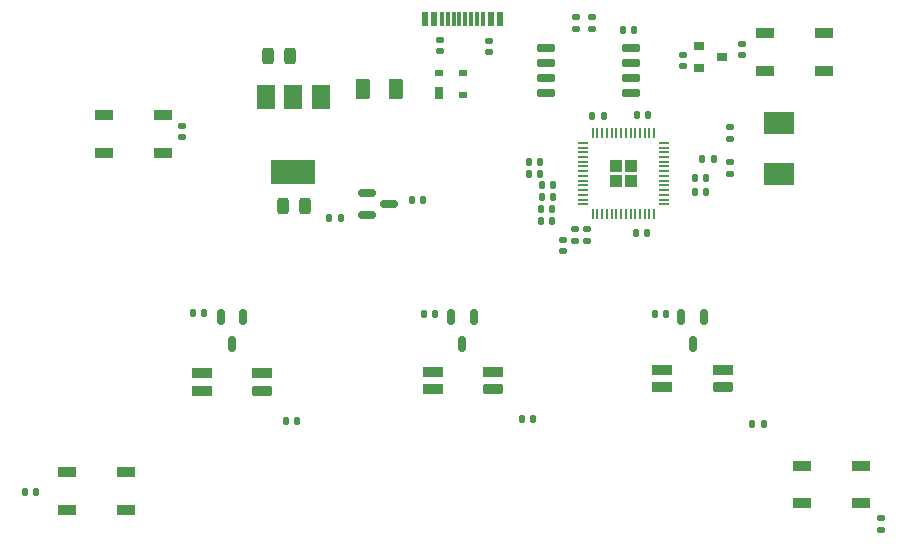
<source format=gbr>
G04 #@! TF.GenerationSoftware,KiCad,Pcbnew,(7.0.0-0)*
G04 #@! TF.CreationDate,2023-03-01T01:27:21-06:00*
G04 #@! TF.ProjectId,RP2040_minimal,52503230-3430-45f6-9d69-6e696d616c2e,REV1*
G04 #@! TF.SameCoordinates,Original*
G04 #@! TF.FileFunction,Paste,Bot*
G04 #@! TF.FilePolarity,Positive*
%FSLAX46Y46*%
G04 Gerber Fmt 4.6, Leading zero omitted, Abs format (unit mm)*
G04 Created by KiCad (PCBNEW (7.0.0-0)) date 2023-03-01 01:27:21*
%MOMM*%
%LPD*%
G01*
G04 APERTURE LIST*
G04 Aperture macros list*
%AMRoundRect*
0 Rectangle with rounded corners*
0 $1 Rounding radius*
0 $2 $3 $4 $5 $6 $7 $8 $9 X,Y pos of 4 corners*
0 Add a 4 corners polygon primitive as box body*
4,1,4,$2,$3,$4,$5,$6,$7,$8,$9,$2,$3,0*
0 Add four circle primitives for the rounded corners*
1,1,$1+$1,$2,$3*
1,1,$1+$1,$4,$5*
1,1,$1+$1,$6,$7*
1,1,$1+$1,$8,$9*
0 Add four rect primitives between the rounded corners*
20,1,$1+$1,$2,$3,$4,$5,0*
20,1,$1+$1,$4,$5,$6,$7,0*
20,1,$1+$1,$6,$7,$8,$9,0*
20,1,$1+$1,$8,$9,$2,$3,0*%
G04 Aperture macros list end*
%ADD10RoundRect,0.147500X-0.172500X0.147500X-0.172500X-0.147500X0.172500X-0.147500X0.172500X0.147500X0*%
%ADD11RoundRect,0.243750X0.243750X0.456250X-0.243750X0.456250X-0.243750X-0.456250X0.243750X-0.456250X0*%
%ADD12RoundRect,0.147500X0.147500X0.172500X-0.147500X0.172500X-0.147500X-0.172500X0.147500X-0.172500X0*%
%ADD13RoundRect,0.147500X-0.147500X-0.172500X0.147500X-0.172500X0.147500X0.172500X-0.147500X0.172500X0*%
%ADD14R,1.500000X2.000000*%
%ADD15R,3.800000X2.000000*%
%ADD16RoundRect,0.150000X0.650000X0.150000X-0.650000X0.150000X-0.650000X-0.150000X0.650000X-0.150000X0*%
%ADD17RoundRect,0.147500X0.172500X-0.147500X0.172500X0.147500X-0.172500X0.147500X-0.172500X-0.147500X0*%
%ADD18RoundRect,0.250000X-0.292217X0.292217X-0.292217X-0.292217X0.292217X-0.292217X0.292217X0.292217X0*%
%ADD19RoundRect,0.050000X-0.050000X0.387500X-0.050000X-0.387500X0.050000X-0.387500X0.050000X0.387500X0*%
%ADD20RoundRect,0.050000X-0.387500X0.050000X-0.387500X-0.050000X0.387500X-0.050000X0.387500X0.050000X0*%
%ADD21R,2.600000X1.900000*%
%ADD22RoundRect,0.140000X0.140000X0.170000X-0.140000X0.170000X-0.140000X-0.170000X0.140000X-0.170000X0*%
%ADD23R,1.700000X0.820000*%
%ADD24RoundRect,0.205000X-0.645000X-0.205000X0.645000X-0.205000X0.645000X0.205000X-0.645000X0.205000X0*%
%ADD25RoundRect,0.140000X-0.140000X-0.170000X0.140000X-0.170000X0.140000X0.170000X-0.140000X0.170000X0*%
%ADD26R,1.501140X0.899160*%
%ADD27RoundRect,0.150000X-0.150000X0.512500X-0.150000X-0.512500X0.150000X-0.512500X0.150000X0.512500X0*%
%ADD28R,0.900000X0.800000*%
%ADD29R,0.600000X1.150000*%
%ADD30R,0.300000X1.150000*%
%ADD31R,0.700000X1.000000*%
%ADD32R,0.700000X0.600000*%
%ADD33RoundRect,0.150000X-0.587500X-0.150000X0.587500X-0.150000X0.587500X0.150000X-0.587500X0.150000X0*%
%ADD34RoundRect,0.140000X-0.170000X0.140000X-0.170000X-0.140000X0.170000X-0.140000X0.170000X0.140000X0*%
%ADD35RoundRect,0.140000X0.170000X-0.140000X0.170000X0.140000X-0.170000X0.140000X-0.170000X-0.140000X0*%
%ADD36RoundRect,0.250000X0.375000X0.625000X-0.375000X0.625000X-0.375000X-0.625000X0.375000X-0.625000X0*%
G04 APERTURE END LIST*
D10*
X110580000Y-121445000D03*
X110580000Y-122415000D03*
X108550000Y-122315000D03*
X108550000Y-123285000D03*
D11*
X86652500Y-119500000D03*
X84777500Y-119500000D03*
D12*
X107597500Y-120730000D03*
X106627500Y-120730000D03*
X107597500Y-119730000D03*
X106627500Y-119730000D03*
D13*
X114667500Y-121777500D03*
X115637500Y-121777500D03*
D14*
X83389999Y-110279999D03*
X85689999Y-110279999D03*
D15*
X85689999Y-116579999D03*
D14*
X87989999Y-110279999D03*
D16*
X114307500Y-106092500D03*
X114307500Y-107362500D03*
X114307500Y-108632500D03*
X114307500Y-109902500D03*
X107107500Y-109902500D03*
X107107500Y-108632500D03*
X107107500Y-107362500D03*
X107107500Y-106092500D03*
D10*
X122662500Y-115762500D03*
X122662500Y-116732500D03*
D12*
X106597500Y-116730000D03*
X105627500Y-116730000D03*
D13*
X111012500Y-111827500D03*
X111982500Y-111827500D03*
X119662500Y-117143500D03*
X120632500Y-117143500D03*
X106741624Y-117715000D03*
X107711624Y-117715000D03*
X119662500Y-118262500D03*
X120632500Y-118262500D03*
D11*
X85437500Y-106800000D03*
X83562500Y-106800000D03*
D13*
X114752500Y-111765000D03*
X115722500Y-111765000D03*
D17*
X111007500Y-104452500D03*
X111007500Y-103482500D03*
D18*
X114275000Y-116090000D03*
X113000000Y-116090000D03*
X114275000Y-117365000D03*
X113000000Y-117365000D03*
D19*
X111037500Y-113290000D03*
X111437500Y-113290000D03*
X111837500Y-113290000D03*
X112237500Y-113290000D03*
X112637500Y-113290000D03*
X113037500Y-113290000D03*
X113437500Y-113290000D03*
X113837500Y-113290000D03*
X114237500Y-113290000D03*
X114637500Y-113290000D03*
X115037500Y-113290000D03*
X115437500Y-113290000D03*
X115837500Y-113290000D03*
X116237500Y-113290000D03*
D20*
X117075000Y-114127500D03*
X117075000Y-114527500D03*
X117075000Y-114927500D03*
X117075000Y-115327500D03*
X117075000Y-115727500D03*
X117075000Y-116127500D03*
X117075000Y-116527500D03*
X117075000Y-116927500D03*
X117075000Y-117327500D03*
X117075000Y-117727500D03*
X117075000Y-118127500D03*
X117075000Y-118527500D03*
X117075000Y-118927500D03*
X117075000Y-119327500D03*
D19*
X116237500Y-120165000D03*
X115837500Y-120165000D03*
X115437500Y-120165000D03*
X115037500Y-120165000D03*
X114637500Y-120165000D03*
X114237500Y-120165000D03*
X113837500Y-120165000D03*
X113437500Y-120165000D03*
X113037500Y-120165000D03*
X112637500Y-120165000D03*
X112237500Y-120165000D03*
X111837500Y-120165000D03*
X111437500Y-120165000D03*
X111037500Y-120165000D03*
D20*
X110200000Y-119327500D03*
X110200000Y-118927500D03*
X110200000Y-118527500D03*
X110200000Y-118127500D03*
X110200000Y-117727500D03*
X110200000Y-117327500D03*
X110200000Y-116927500D03*
X110200000Y-116527500D03*
X110200000Y-116127500D03*
X110200000Y-115727500D03*
X110200000Y-115327500D03*
X110200000Y-114927500D03*
X110200000Y-114527500D03*
X110200000Y-114127500D03*
D17*
X122662500Y-113762500D03*
X122662500Y-112792500D03*
D13*
X106741624Y-118715000D03*
X107711624Y-118715000D03*
D12*
X106597500Y-115730000D03*
X105627500Y-115730000D03*
D17*
X109607500Y-104452500D03*
X109607500Y-103482500D03*
D13*
X120292500Y-115462500D03*
X121262500Y-115462500D03*
D21*
X126778499Y-112453499D03*
X126778499Y-116753499D03*
D22*
X78150000Y-128567500D03*
X77190000Y-128567500D03*
X63920000Y-143665000D03*
X62960000Y-143665000D03*
D23*
X116929999Y-133329999D03*
X116929999Y-134829999D03*
D24*
X122030000Y-134830000D03*
D23*
X122029999Y-133329999D03*
D25*
X105030000Y-137515000D03*
X105990000Y-137515000D03*
D26*
X130589359Y-104829799D03*
X130589359Y-108030199D03*
X125590639Y-108030199D03*
X125590639Y-104829799D03*
X133739359Y-141459799D03*
X133739359Y-144660199D03*
X128740639Y-144660199D03*
X128740639Y-141459799D03*
D13*
X95725000Y-118980000D03*
X96695000Y-118980000D03*
D27*
X118550000Y-128862500D03*
X120450000Y-128862500D03*
X119500000Y-131137500D03*
D28*
X120009999Y-107829999D03*
X120009999Y-105929999D03*
X122009999Y-106879999D03*
D29*
X96799999Y-103679999D03*
X97599999Y-103679999D03*
D30*
X98749999Y-103679999D03*
X99749999Y-103679999D03*
X100249999Y-103679999D03*
X101249999Y-103679999D03*
D29*
X102399999Y-103679999D03*
X103199999Y-103679999D03*
X103199999Y-103679999D03*
X102399999Y-103679999D03*
D30*
X101749999Y-103679999D03*
X100749999Y-103679999D03*
X99249999Y-103679999D03*
X98249999Y-103679999D03*
D29*
X97599999Y-103679999D03*
X96799999Y-103679999D03*
D13*
X88735000Y-120530000D03*
X89705000Y-120530000D03*
D26*
X74639359Y-111769799D03*
X74639359Y-114970199D03*
X69640639Y-114970199D03*
X69640639Y-111769799D03*
D25*
X85030000Y-137655000D03*
X85990000Y-137655000D03*
D31*
X98034999Y-109889999D03*
D32*
X98034999Y-108189999D03*
X100034999Y-108189999D03*
X100034999Y-110089999D03*
D27*
X99050000Y-128862500D03*
X100950000Y-128862500D03*
X100000000Y-131137500D03*
D33*
X91892500Y-120250000D03*
X91892500Y-118350000D03*
X93767500Y-119300000D03*
D34*
X98080000Y-105430000D03*
X98080000Y-106390000D03*
X123640000Y-105760000D03*
X123640000Y-106720000D03*
D27*
X79550000Y-128862500D03*
X81450000Y-128862500D03*
X80500000Y-131137500D03*
D10*
X109520000Y-122425000D03*
X109520000Y-121455000D03*
D25*
X124550000Y-137935000D03*
X125510000Y-137935000D03*
D34*
X135470000Y-145920000D03*
X135470000Y-146880000D03*
X76280000Y-112710000D03*
X76280000Y-113670000D03*
D22*
X97720000Y-128580000D03*
X96760000Y-128580000D03*
D34*
X102270000Y-105470000D03*
X102270000Y-106430000D03*
D22*
X117240000Y-128580000D03*
X116280000Y-128580000D03*
D23*
X97479999Y-133494999D03*
X97479999Y-134994999D03*
D24*
X102580000Y-134995000D03*
D23*
X102579999Y-133494999D03*
X77929999Y-133624999D03*
X77929999Y-135124999D03*
D24*
X83030000Y-135125000D03*
D23*
X83029999Y-133624999D03*
D35*
X118710000Y-107610000D03*
X118710000Y-106650000D03*
D26*
X66530639Y-145190199D03*
X66530639Y-141989799D03*
X71529359Y-141989799D03*
X71529359Y-145190199D03*
D25*
X113570000Y-104540000D03*
X114530000Y-104540000D03*
D36*
X94360000Y-109550000D03*
X91560000Y-109550000D03*
M02*

</source>
